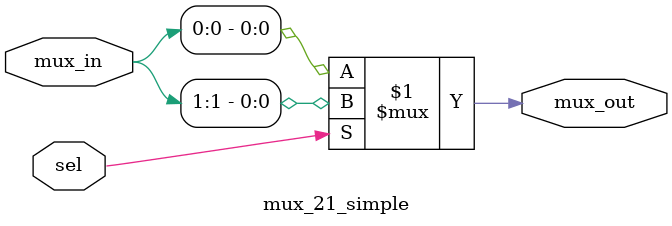
<source format=v>
`timescale 1ns / 1ps
module mux_21_simple(mux_in, sel, mux_out);

//Declare inputs/outputs
input sel;
input [1:0] mux_in;
output mux_out;

assign mux_out = (sel) ? mux_in[1] : mux_in[0];

endmodule
</source>
